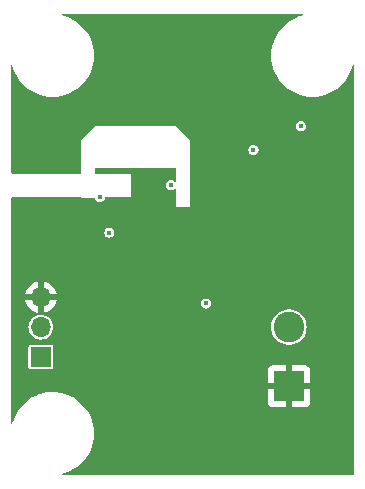
<source format=gbr>
%TF.GenerationSoftware,KiCad,Pcbnew,8.0.2*%
%TF.CreationDate,2025-01-11T01:11:34-03:00*%
%TF.ProjectId,LTC6268-10,4c544336-3236-4382-9d31-302e6b696361,rev?*%
%TF.SameCoordinates,Original*%
%TF.FileFunction,Copper,L2,Inr*%
%TF.FilePolarity,Positive*%
%FSLAX46Y46*%
G04 Gerber Fmt 4.6, Leading zero omitted, Abs format (unit mm)*
G04 Created by KiCad (PCBNEW 8.0.2) date 2025-01-11 01:11:34*
%MOMM*%
%LPD*%
G01*
G04 APERTURE LIST*
%TA.AperFunction,ComponentPad*%
%ADD10R,2.600000X2.600000*%
%TD*%
%TA.AperFunction,ComponentPad*%
%ADD11C,2.600000*%
%TD*%
%TA.AperFunction,ComponentPad*%
%ADD12R,1.700000X1.700000*%
%TD*%
%TA.AperFunction,ComponentPad*%
%ADD13O,1.700000X1.700000*%
%TD*%
%TA.AperFunction,ViaPad*%
%ADD14C,0.450000*%
%TD*%
G04 APERTURE END LIST*
D10*
%TO.N,GND*%
%TO.C,J2*%
X130920001Y-85000000D03*
D11*
%TO.N,Net-(J2-Pin_2)*%
X130920001Y-80000000D03*
%TD*%
D12*
%TO.N,VCC*%
%TO.C,SD_L1*%
X109920001Y-82540000D03*
D13*
%TO.N,/Shutdown_L*%
X109920001Y-80000000D03*
%TO.N,GND*%
X109920001Y-77460000D03*
%TD*%
D14*
%TO.N,GND*%
X131920001Y-66500000D03*
X131920001Y-67500000D03*
X131920001Y-73500000D03*
X123920001Y-65000000D03*
X117920001Y-88000000D03*
X121420001Y-74000000D03*
X121420001Y-72000000D03*
X111920001Y-64500000D03*
X120920001Y-69000000D03*
X120920001Y-77000000D03*
X131920001Y-72500000D03*
X123920001Y-88000000D03*
X122920001Y-88000000D03*
X123920001Y-63000000D03*
X118920001Y-88000000D03*
X111420001Y-70000000D03*
X111920001Y-65500000D03*
X111420001Y-71500000D03*
%TO.N,VCC*%
X123919997Y-78000004D03*
X131920001Y-63000000D03*
X115720001Y-72000000D03*
%TO.N,Net-(U1-+IN)*%
X127919998Y-65000003D03*
X120920001Y-68000000D03*
%TO.N,/Shutdown_L*%
X114920001Y-69000000D03*
%TD*%
%TA.AperFunction,Conductor*%
%TO.N,GND*%
G36*
X132119741Y-53514352D02*
G01*
X132134093Y-53549000D01*
X132119741Y-53583648D01*
X132097775Y-53596330D01*
X131836814Y-53666254D01*
X131836808Y-53666256D01*
X131836804Y-53666257D01*
X131836802Y-53666258D01*
X131739832Y-53703480D01*
X131494263Y-53797745D01*
X131167350Y-53964317D01*
X130859630Y-54164151D01*
X130859628Y-54164153D01*
X130574499Y-54395047D01*
X130574484Y-54395060D01*
X130315061Y-54654483D01*
X130315048Y-54654498D01*
X130084154Y-54939627D01*
X130084152Y-54939629D01*
X129884318Y-55247349D01*
X129717746Y-55574262D01*
X129676746Y-55681072D01*
X129614460Y-55843336D01*
X129586257Y-55916807D01*
X129586255Y-55916813D01*
X129491296Y-56271204D01*
X129433898Y-56633604D01*
X129414697Y-57000000D01*
X129433898Y-57366395D01*
X129491296Y-57728795D01*
X129586255Y-58083186D01*
X129586257Y-58083192D01*
X129586259Y-58083199D01*
X129670613Y-58302952D01*
X129717746Y-58425737D01*
X129739876Y-58469169D01*
X129883222Y-58750500D01*
X129884318Y-58752650D01*
X130084152Y-59060370D01*
X130084154Y-59060372D01*
X130315048Y-59345501D01*
X130315061Y-59345516D01*
X130574484Y-59604939D01*
X130574491Y-59604945D01*
X130574495Y-59604949D01*
X130574499Y-59604952D01*
X130859628Y-59835846D01*
X130859630Y-59835848D01*
X130859635Y-59835851D01*
X131167349Y-60035682D01*
X131494265Y-60202255D01*
X131836802Y-60333742D01*
X132191207Y-60428705D01*
X132553597Y-60486102D01*
X132920001Y-60505304D01*
X133286405Y-60486102D01*
X133648795Y-60428705D01*
X134003200Y-60333742D01*
X134345737Y-60202255D01*
X134672653Y-60035682D01*
X134980367Y-59835851D01*
X135265507Y-59604949D01*
X135524950Y-59345506D01*
X135755852Y-59060366D01*
X135955683Y-58752652D01*
X136122256Y-58425736D01*
X136253743Y-58083199D01*
X136323671Y-57822224D01*
X136346501Y-57792472D01*
X136383683Y-57787577D01*
X136413436Y-57810407D01*
X136420001Y-57834907D01*
X136420001Y-92451000D01*
X136405649Y-92485648D01*
X136371001Y-92500000D01*
X111754909Y-92500000D01*
X111720261Y-92485648D01*
X111705909Y-92451000D01*
X111720261Y-92416352D01*
X111742227Y-92403670D01*
X111804632Y-92386948D01*
X112003200Y-92333742D01*
X112345737Y-92202255D01*
X112672653Y-92035682D01*
X112980367Y-91835851D01*
X113265507Y-91604949D01*
X113524950Y-91345506D01*
X113755852Y-91060366D01*
X113955683Y-90752652D01*
X114122256Y-90425736D01*
X114253743Y-90083199D01*
X114348706Y-89728794D01*
X114406103Y-89366404D01*
X114425305Y-89000000D01*
X114406103Y-88633596D01*
X114348706Y-88271206D01*
X114253743Y-87916801D01*
X114122256Y-87574264D01*
X113955683Y-87247348D01*
X113755852Y-86939634D01*
X113755849Y-86939629D01*
X113755847Y-86939627D01*
X113585787Y-86729622D01*
X113524950Y-86654494D01*
X113524946Y-86654490D01*
X113524940Y-86654483D01*
X113265517Y-86395060D01*
X113265502Y-86395047D01*
X112980373Y-86164153D01*
X112980371Y-86164151D01*
X112672651Y-85964317D01*
X112345738Y-85797745D01*
X112222953Y-85750612D01*
X112003200Y-85666258D01*
X112003193Y-85666256D01*
X112003187Y-85666254D01*
X111648796Y-85571295D01*
X111550484Y-85555724D01*
X111286405Y-85513898D01*
X111286400Y-85513897D01*
X111286396Y-85513897D01*
X110920001Y-85494696D01*
X110553605Y-85513897D01*
X110553599Y-85513897D01*
X110553597Y-85513898D01*
X110387827Y-85540153D01*
X110191205Y-85571295D01*
X109836814Y-85666254D01*
X109836808Y-85666256D01*
X109836804Y-85666257D01*
X109836802Y-85666258D01*
X109739832Y-85703480D01*
X109494263Y-85797745D01*
X109167350Y-85964317D01*
X108859630Y-86164151D01*
X108859628Y-86164153D01*
X108574499Y-86395047D01*
X108574484Y-86395060D01*
X108315061Y-86654483D01*
X108315048Y-86654498D01*
X108084154Y-86939627D01*
X108084152Y-86939629D01*
X107884318Y-87247349D01*
X107717746Y-87574262D01*
X107676746Y-87681072D01*
X107614460Y-87843336D01*
X107586257Y-87916807D01*
X107586255Y-87916813D01*
X107516331Y-88177774D01*
X107493501Y-88207527D01*
X107456319Y-88212422D01*
X107426566Y-88189592D01*
X107420001Y-88165092D01*
X107420001Y-83652165D01*
X129120001Y-83652165D01*
X129120001Y-84750000D01*
X130320000Y-84750000D01*
X130294980Y-84810402D01*
X130270001Y-84935981D01*
X130270001Y-85064019D01*
X130294980Y-85189598D01*
X130320000Y-85250000D01*
X129120001Y-85250000D01*
X129120001Y-86347834D01*
X129126402Y-86407372D01*
X129126402Y-86407373D01*
X129176649Y-86542091D01*
X129262812Y-86657188D01*
X129377909Y-86743351D01*
X129512627Y-86793598D01*
X129572167Y-86800000D01*
X130670001Y-86800000D01*
X130670001Y-85600001D01*
X130730403Y-85625021D01*
X130855982Y-85650000D01*
X130984020Y-85650000D01*
X131109599Y-85625021D01*
X131170001Y-85600001D01*
X131170001Y-86800000D01*
X132267835Y-86800000D01*
X132327373Y-86793598D01*
X132327374Y-86793598D01*
X132462092Y-86743351D01*
X132577189Y-86657188D01*
X132663352Y-86542091D01*
X132713599Y-86407373D01*
X132713599Y-86407372D01*
X132720001Y-86347834D01*
X132720001Y-85250000D01*
X131520002Y-85250000D01*
X131545022Y-85189598D01*
X131570001Y-85064019D01*
X131570001Y-84935981D01*
X131545022Y-84810402D01*
X131520002Y-84750000D01*
X132720001Y-84750000D01*
X132720001Y-83652165D01*
X132713599Y-83592627D01*
X132713599Y-83592626D01*
X132663352Y-83457908D01*
X132577189Y-83342811D01*
X132462092Y-83256648D01*
X132327374Y-83206401D01*
X132267835Y-83200000D01*
X131170001Y-83200000D01*
X131170001Y-84399998D01*
X131109599Y-84374979D01*
X130984020Y-84350000D01*
X130855982Y-84350000D01*
X130730403Y-84374979D01*
X130670001Y-84399998D01*
X130670001Y-83200000D01*
X129572167Y-83200000D01*
X129512628Y-83206401D01*
X129512627Y-83206401D01*
X129377909Y-83256648D01*
X129262812Y-83342811D01*
X129176649Y-83457908D01*
X129126402Y-83592626D01*
X129126402Y-83592627D01*
X129120001Y-83652165D01*
X107420001Y-83652165D01*
X107420001Y-81670252D01*
X108869501Y-81670252D01*
X108869501Y-83409748D01*
X108881134Y-83468231D01*
X108898883Y-83494795D01*
X108925448Y-83534552D01*
X108952013Y-83552301D01*
X108991770Y-83578867D01*
X109050253Y-83590500D01*
X109050256Y-83590500D01*
X110789746Y-83590500D01*
X110789749Y-83590500D01*
X110848232Y-83578867D01*
X110914553Y-83534552D01*
X110958868Y-83468231D01*
X110970501Y-83409748D01*
X110970501Y-81670252D01*
X110958868Y-81611769D01*
X110932302Y-81572012D01*
X110914553Y-81545447D01*
X110874796Y-81518882D01*
X110848232Y-81501133D01*
X110789749Y-81489500D01*
X109050253Y-81489500D01*
X108994952Y-81500500D01*
X108991770Y-81501133D01*
X108925448Y-81545447D01*
X108881134Y-81611769D01*
X108869501Y-81670252D01*
X107420001Y-81670252D01*
X107420001Y-80000000D01*
X108864418Y-80000000D01*
X108884701Y-80205934D01*
X108944769Y-80403954D01*
X109042316Y-80586450D01*
X109173591Y-80746410D01*
X109333551Y-80877685D01*
X109516047Y-80975232D01*
X109714067Y-81035300D01*
X109920001Y-81055583D01*
X110125935Y-81035300D01*
X110323955Y-80975232D01*
X110506451Y-80877685D01*
X110666411Y-80746410D01*
X110797686Y-80586450D01*
X110895233Y-80403954D01*
X110955301Y-80205934D01*
X110975584Y-80000000D01*
X129414358Y-80000000D01*
X129434893Y-80247821D01*
X129474431Y-80403954D01*
X129495939Y-80488883D01*
X129595826Y-80716604D01*
X129595833Y-80716616D01*
X129731835Y-80924784D01*
X129833572Y-81035299D01*
X129900257Y-81107738D01*
X130096492Y-81260474D01*
X130096499Y-81260478D01*
X130096501Y-81260479D01*
X130315183Y-81378824D01*
X130315185Y-81378824D01*
X130315191Y-81378828D01*
X130550387Y-81459571D01*
X130795666Y-81500500D01*
X130795669Y-81500500D01*
X131044333Y-81500500D01*
X131044336Y-81500500D01*
X131289615Y-81459571D01*
X131524811Y-81378828D01*
X131743510Y-81260474D01*
X131939745Y-81107738D01*
X132108165Y-80924785D01*
X132244174Y-80716607D01*
X132344064Y-80488881D01*
X132405109Y-80247821D01*
X132425644Y-80000000D01*
X132405109Y-79752179D01*
X132344064Y-79511119D01*
X132244174Y-79283393D01*
X132244172Y-79283390D01*
X132244168Y-79283383D01*
X132108166Y-79075215D01*
X131939745Y-78892262D01*
X131743514Y-78739529D01*
X131743513Y-78739528D01*
X131743510Y-78739526D01*
X131743505Y-78739523D01*
X131743500Y-78739520D01*
X131524818Y-78621175D01*
X131524812Y-78621172D01*
X131524811Y-78621172D01*
X131505963Y-78614701D01*
X131289616Y-78540429D01*
X131228295Y-78530196D01*
X131044336Y-78499500D01*
X130795666Y-78499500D01*
X130648498Y-78524057D01*
X130550385Y-78540429D01*
X130315193Y-78621171D01*
X130315183Y-78621175D01*
X130096501Y-78739520D01*
X130096487Y-78739529D01*
X129900256Y-78892262D01*
X129900255Y-78892262D01*
X129731835Y-79075215D01*
X129595833Y-79283383D01*
X129595826Y-79283395D01*
X129495939Y-79511116D01*
X129495938Y-79511119D01*
X129434893Y-79752179D01*
X129414358Y-80000000D01*
X110975584Y-80000000D01*
X110955301Y-79794066D01*
X110895233Y-79596046D01*
X110797686Y-79413550D01*
X110666411Y-79253590D01*
X110506451Y-79122315D01*
X110323955Y-79024768D01*
X110125935Y-78964700D01*
X109920001Y-78944417D01*
X109714066Y-78964700D01*
X109714065Y-78964700D01*
X109516044Y-79024769D01*
X109333549Y-79122316D01*
X109173591Y-79253590D01*
X109042317Y-79413548D01*
X108944770Y-79596043D01*
X108884701Y-79794064D01*
X108884701Y-79794065D01*
X108884701Y-79794066D01*
X108864418Y-80000000D01*
X107420001Y-80000000D01*
X107420001Y-77209999D01*
X108589364Y-77209999D01*
X108589365Y-77210000D01*
X109486989Y-77210000D01*
X109454076Y-77267007D01*
X109420001Y-77394174D01*
X109420001Y-77525826D01*
X109454076Y-77652993D01*
X109486989Y-77710000D01*
X108589364Y-77710000D01*
X108646567Y-77923483D01*
X108646569Y-77923488D01*
X108746399Y-78137577D01*
X108746406Y-78137589D01*
X108881886Y-78331072D01*
X108881892Y-78331079D01*
X109048921Y-78498108D01*
X109048928Y-78498114D01*
X109242411Y-78633594D01*
X109242423Y-78633601D01*
X109456512Y-78733431D01*
X109456517Y-78733433D01*
X109670001Y-78790634D01*
X109670001Y-77893012D01*
X109727008Y-77925925D01*
X109854175Y-77960000D01*
X109985827Y-77960000D01*
X110112994Y-77925925D01*
X110170001Y-77893012D01*
X110170001Y-78790634D01*
X110383484Y-78733433D01*
X110383489Y-78733431D01*
X110597578Y-78633601D01*
X110597590Y-78633594D01*
X110791073Y-78498114D01*
X110791080Y-78498108D01*
X110958109Y-78331079D01*
X110958115Y-78331072D01*
X111093595Y-78137589D01*
X111093602Y-78137577D01*
X111157752Y-78000004D01*
X123489193Y-78000004D01*
X123510278Y-78133130D01*
X123510278Y-78133131D01*
X123510279Y-78133132D01*
X123571464Y-78253217D01*
X123571469Y-78253224D01*
X123666776Y-78348531D01*
X123666783Y-78348536D01*
X123746839Y-78389326D01*
X123786871Y-78409723D01*
X123919997Y-78430808D01*
X124053123Y-78409723D01*
X124136417Y-78367282D01*
X124173210Y-78348536D01*
X124173212Y-78348534D01*
X124173217Y-78348532D01*
X124268525Y-78253224D01*
X124329716Y-78133130D01*
X124350801Y-78000004D01*
X124329716Y-77866878D01*
X124309319Y-77826846D01*
X124268529Y-77746790D01*
X124268524Y-77746783D01*
X124173217Y-77651476D01*
X124173210Y-77651471D01*
X124053125Y-77590286D01*
X124053124Y-77590285D01*
X124053123Y-77590285D01*
X123919997Y-77569200D01*
X123786871Y-77590285D01*
X123786869Y-77590285D01*
X123786868Y-77590286D01*
X123666783Y-77651471D01*
X123666776Y-77651476D01*
X123571469Y-77746783D01*
X123571464Y-77746790D01*
X123510279Y-77866875D01*
X123510278Y-77866876D01*
X123510278Y-77866878D01*
X123489193Y-78000004D01*
X111157752Y-78000004D01*
X111193432Y-77923488D01*
X111193434Y-77923483D01*
X111250637Y-77710000D01*
X110353013Y-77710000D01*
X110385926Y-77652993D01*
X110420001Y-77525826D01*
X110420001Y-77394174D01*
X110385926Y-77267007D01*
X110353013Y-77210000D01*
X111250637Y-77210000D01*
X111250637Y-77209999D01*
X111193434Y-76996516D01*
X111193433Y-76996511D01*
X111093602Y-76782423D01*
X111093595Y-76782411D01*
X110958115Y-76588927D01*
X110958109Y-76588920D01*
X110791080Y-76421891D01*
X110791073Y-76421885D01*
X110597590Y-76286405D01*
X110597578Y-76286398D01*
X110383489Y-76186568D01*
X110383484Y-76186566D01*
X110170001Y-76129363D01*
X110170001Y-77026988D01*
X110112994Y-76994075D01*
X109985827Y-76960000D01*
X109854175Y-76960000D01*
X109727008Y-76994075D01*
X109670001Y-77026988D01*
X109670001Y-76129363D01*
X109670000Y-76129363D01*
X109456517Y-76186566D01*
X109456512Y-76186567D01*
X109242424Y-76286398D01*
X109242412Y-76286405D01*
X109048928Y-76421885D01*
X109048921Y-76421891D01*
X108881892Y-76588920D01*
X108881886Y-76588927D01*
X108746406Y-76782411D01*
X108746399Y-76782423D01*
X108646568Y-76996511D01*
X108646567Y-76996516D01*
X108589364Y-77209999D01*
X107420001Y-77209999D01*
X107420001Y-72000000D01*
X115289197Y-72000000D01*
X115310282Y-72133126D01*
X115310282Y-72133127D01*
X115310283Y-72133128D01*
X115371468Y-72253213D01*
X115371473Y-72253220D01*
X115466780Y-72348527D01*
X115466787Y-72348532D01*
X115546843Y-72389322D01*
X115586875Y-72409719D01*
X115720001Y-72430804D01*
X115853127Y-72409719D01*
X115936421Y-72367278D01*
X115973214Y-72348532D01*
X115973216Y-72348530D01*
X115973221Y-72348528D01*
X116068529Y-72253220D01*
X116129720Y-72133126D01*
X116150805Y-72000000D01*
X116129720Y-71866874D01*
X116109323Y-71826842D01*
X116068533Y-71746786D01*
X116068528Y-71746779D01*
X115973221Y-71651472D01*
X115973214Y-71651467D01*
X115853129Y-71590282D01*
X115853128Y-71590281D01*
X115853127Y-71590281D01*
X115720001Y-71569196D01*
X115586875Y-71590281D01*
X115586873Y-71590281D01*
X115586872Y-71590282D01*
X115466787Y-71651467D01*
X115466780Y-71651472D01*
X115371473Y-71746779D01*
X115371468Y-71746786D01*
X115310283Y-71866871D01*
X115310282Y-71866872D01*
X115310282Y-71866874D01*
X115289197Y-72000000D01*
X107420001Y-72000000D01*
X107420001Y-69049000D01*
X107434353Y-69014352D01*
X107469001Y-69000000D01*
X113271001Y-69000000D01*
X113305649Y-69014352D01*
X113320001Y-69049000D01*
X113320001Y-69100000D01*
X114463918Y-69100000D01*
X114498566Y-69114352D01*
X114508100Y-69129910D01*
X114508531Y-69129691D01*
X114571468Y-69253213D01*
X114571473Y-69253220D01*
X114666780Y-69348527D01*
X114666787Y-69348532D01*
X114746843Y-69389322D01*
X114786875Y-69409719D01*
X114920001Y-69430804D01*
X115053127Y-69409719D01*
X115136421Y-69367278D01*
X115173214Y-69348532D01*
X115173216Y-69348530D01*
X115173221Y-69348528D01*
X115268529Y-69253220D01*
X115329720Y-69133126D01*
X115344258Y-69041333D01*
X115363854Y-69009358D01*
X115392655Y-69000000D01*
X117545001Y-69000000D01*
X117545001Y-67000000D01*
X114569001Y-67000000D01*
X114534353Y-66985648D01*
X114520001Y-66951000D01*
X114520001Y-66549000D01*
X114534353Y-66514352D01*
X114569001Y-66500000D01*
X121271001Y-66500000D01*
X121305649Y-66514352D01*
X121320001Y-66549000D01*
X121320001Y-67679956D01*
X121305649Y-67714604D01*
X121271001Y-67728956D01*
X121236353Y-67714604D01*
X121173221Y-67651472D01*
X121173214Y-67651467D01*
X121053129Y-67590282D01*
X121053128Y-67590281D01*
X121053127Y-67590281D01*
X120920001Y-67569196D01*
X120786875Y-67590281D01*
X120786873Y-67590281D01*
X120786872Y-67590282D01*
X120666787Y-67651467D01*
X120666780Y-67651472D01*
X120571473Y-67746779D01*
X120571468Y-67746786D01*
X120510283Y-67866871D01*
X120510282Y-67866872D01*
X120510282Y-67866874D01*
X120489197Y-68000000D01*
X120510282Y-68133126D01*
X120510282Y-68133127D01*
X120510283Y-68133128D01*
X120571468Y-68253213D01*
X120571473Y-68253220D01*
X120666780Y-68348527D01*
X120666787Y-68348532D01*
X120746843Y-68389322D01*
X120786875Y-68409719D01*
X120920001Y-68430804D01*
X121053127Y-68409719D01*
X121136421Y-68367278D01*
X121173214Y-68348532D01*
X121173216Y-68348530D01*
X121173221Y-68348528D01*
X121236353Y-68285396D01*
X121271001Y-68271044D01*
X121305649Y-68285396D01*
X121320001Y-68320044D01*
X121320001Y-69800000D01*
X122520001Y-69800000D01*
X122520001Y-65000003D01*
X127489194Y-65000003D01*
X127510279Y-65133129D01*
X127510279Y-65133130D01*
X127510280Y-65133131D01*
X127571465Y-65253216D01*
X127571470Y-65253223D01*
X127666777Y-65348530D01*
X127666784Y-65348535D01*
X127746840Y-65389325D01*
X127786872Y-65409722D01*
X127919998Y-65430807D01*
X128053124Y-65409722D01*
X128136418Y-65367281D01*
X128173211Y-65348535D01*
X128173213Y-65348533D01*
X128173218Y-65348531D01*
X128268526Y-65253223D01*
X128329717Y-65133129D01*
X128350802Y-65000003D01*
X128329717Y-64866877D01*
X128309320Y-64826845D01*
X128268530Y-64746789D01*
X128268525Y-64746782D01*
X128173218Y-64651475D01*
X128173211Y-64651470D01*
X128053126Y-64590285D01*
X128053125Y-64590284D01*
X128053124Y-64590284D01*
X127919998Y-64569199D01*
X127786872Y-64590284D01*
X127786870Y-64590284D01*
X127786869Y-64590285D01*
X127666784Y-64651470D01*
X127666777Y-64651475D01*
X127571470Y-64746782D01*
X127571465Y-64746789D01*
X127510280Y-64866874D01*
X127510279Y-64866875D01*
X127510279Y-64866877D01*
X127489194Y-65000003D01*
X122520001Y-65000003D01*
X122520001Y-64200000D01*
X121320001Y-63000000D01*
X131489197Y-63000000D01*
X131510282Y-63133126D01*
X131510282Y-63133127D01*
X131510283Y-63133128D01*
X131571468Y-63253213D01*
X131571473Y-63253220D01*
X131666780Y-63348527D01*
X131666787Y-63348532D01*
X131746843Y-63389322D01*
X131786875Y-63409719D01*
X131920001Y-63430804D01*
X132053127Y-63409719D01*
X132136421Y-63367278D01*
X132173214Y-63348532D01*
X132173216Y-63348530D01*
X132173221Y-63348528D01*
X132268529Y-63253220D01*
X132329720Y-63133126D01*
X132350805Y-63000000D01*
X132329720Y-62866874D01*
X132309323Y-62826842D01*
X132268533Y-62746786D01*
X132268528Y-62746779D01*
X132173221Y-62651472D01*
X132173214Y-62651467D01*
X132053129Y-62590282D01*
X132053128Y-62590281D01*
X132053127Y-62590281D01*
X131920001Y-62569196D01*
X131786875Y-62590281D01*
X131786873Y-62590281D01*
X131786872Y-62590282D01*
X131666787Y-62651467D01*
X131666780Y-62651472D01*
X131571473Y-62746779D01*
X131571468Y-62746786D01*
X131510283Y-62866871D01*
X131510282Y-62866872D01*
X131510282Y-62866874D01*
X131489197Y-63000000D01*
X121320001Y-63000000D01*
X114520001Y-63000000D01*
X113320001Y-64199999D01*
X113320001Y-66951000D01*
X113305649Y-66985648D01*
X113271001Y-67000000D01*
X107469001Y-67000000D01*
X107434353Y-66985648D01*
X107420001Y-66951000D01*
X107420001Y-57834907D01*
X107434353Y-57800259D01*
X107469001Y-57785907D01*
X107503649Y-57800259D01*
X107516331Y-57822225D01*
X107586255Y-58083186D01*
X107586257Y-58083192D01*
X107586259Y-58083199D01*
X107670613Y-58302952D01*
X107717746Y-58425737D01*
X107739876Y-58469169D01*
X107883222Y-58750500D01*
X107884318Y-58752650D01*
X108084152Y-59060370D01*
X108084154Y-59060372D01*
X108315048Y-59345501D01*
X108315061Y-59345516D01*
X108574484Y-59604939D01*
X108574491Y-59604945D01*
X108574495Y-59604949D01*
X108574499Y-59604952D01*
X108859628Y-59835846D01*
X108859630Y-59835848D01*
X108859635Y-59835851D01*
X109167349Y-60035682D01*
X109494265Y-60202255D01*
X109836802Y-60333742D01*
X110191207Y-60428705D01*
X110553597Y-60486102D01*
X110920001Y-60505304D01*
X111286405Y-60486102D01*
X111648795Y-60428705D01*
X112003200Y-60333742D01*
X112345737Y-60202255D01*
X112672653Y-60035682D01*
X112980367Y-59835851D01*
X113265507Y-59604949D01*
X113524950Y-59345506D01*
X113755852Y-59060366D01*
X113955683Y-58752652D01*
X114122256Y-58425736D01*
X114253743Y-58083199D01*
X114348706Y-57728794D01*
X114406103Y-57366404D01*
X114425305Y-57000000D01*
X114406103Y-56633596D01*
X114348706Y-56271206D01*
X114253743Y-55916801D01*
X114122256Y-55574264D01*
X113955683Y-55247348D01*
X113755852Y-54939634D01*
X113755849Y-54939629D01*
X113755847Y-54939627D01*
X113524953Y-54654498D01*
X113524940Y-54654483D01*
X113265517Y-54395060D01*
X113265502Y-54395047D01*
X112980373Y-54164153D01*
X112980371Y-54164151D01*
X112672651Y-53964317D01*
X112345738Y-53797745D01*
X112222953Y-53750612D01*
X112003200Y-53666258D01*
X112003193Y-53666256D01*
X112003187Y-53666254D01*
X111742227Y-53596330D01*
X111712474Y-53573500D01*
X111707579Y-53536318D01*
X111730409Y-53506565D01*
X111754909Y-53500000D01*
X132085093Y-53500000D01*
X132119741Y-53514352D01*
G37*
%TD.AperFunction*%
%TD*%
M02*

</source>
